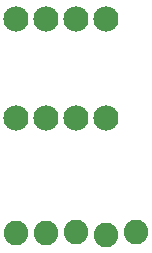
<source format=gbs>
G75*
%MOIN*%
%OFA0B0*%
%FSLAX25Y25*%
%IPPOS*%
%LPD*%
%AMOC8*
5,1,8,0,0,1.08239X$1,22.5*
%
%ADD10C,0.08400*%
%ADD11C,0.08200*%
D10*
X0016500Y0054000D03*
X0026500Y0054000D03*
X0036500Y0054000D03*
X0046500Y0054000D03*
X0046500Y0087000D03*
X0036500Y0087000D03*
X0026500Y0087000D03*
X0016500Y0087000D03*
D11*
X0016500Y0015500D03*
X0026500Y0015500D03*
X0036500Y0016000D03*
X0046500Y0015000D03*
X0056500Y0016000D03*
M02*

</source>
